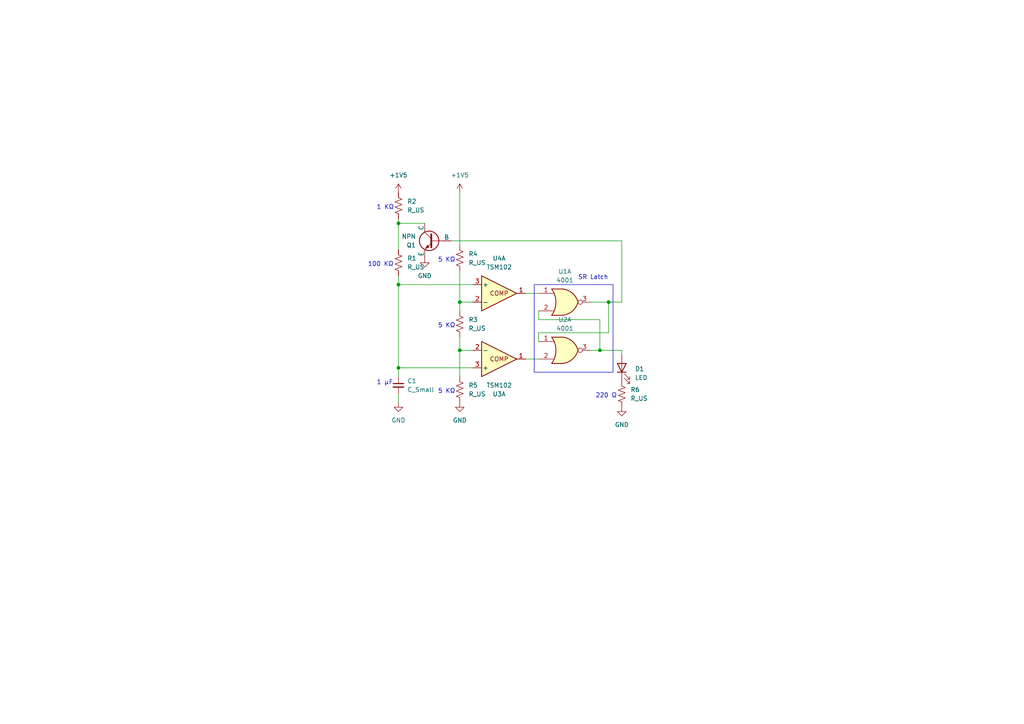
<source format=kicad_sch>
(kicad_sch (version 20230121) (generator eeschema)

  (uuid 386d66ff-ba97-47fc-bf4f-888cff23ab83)

  (paper "A4")

  (lib_symbols
    (symbol "4xxx:4001" (pin_names (offset 1.016)) (in_bom yes) (on_board yes)
      (property "Reference" "U" (at 0 1.27 0)
        (effects (font (size 1.27 1.27)))
      )
      (property "Value" "4001" (at 0 -1.27 0)
        (effects (font (size 1.27 1.27)))
      )
      (property "Footprint" "" (at 0 0 0)
        (effects (font (size 1.27 1.27)) hide)
      )
      (property "Datasheet" "http://www.intersil.com/content/dam/Intersil/documents/cd40/cd4000bms-01bms-02bms-25bms.pdf" (at 0 0 0)
        (effects (font (size 1.27 1.27)) hide)
      )
      (property "ki_locked" "" (at 0 0 0)
        (effects (font (size 1.27 1.27)))
      )
      (property "ki_keywords" "CMOS Nor2" (at 0 0 0)
        (effects (font (size 1.27 1.27)) hide)
      )
      (property "ki_description" "Quad Nor 2 inputs" (at 0 0 0)
        (effects (font (size 1.27 1.27)) hide)
      )
      (property "ki_fp_filters" "DIP?14*" (at 0 0 0)
        (effects (font (size 1.27 1.27)) hide)
      )
      (symbol "4001_1_1"
        (arc (start -3.81 -3.81) (mid -2.589 0) (end -3.81 3.81)
          (stroke (width 0.254) (type default))
          (fill (type none))
        )
        (arc (start -0.6096 -3.81) (mid 2.1842 -2.5851) (end 3.81 0)
          (stroke (width 0.254) (type default))
          (fill (type background))
        )
        (polyline
          (pts
            (xy -3.81 -3.81)
            (xy -0.635 -3.81)
          )
          (stroke (width 0.254) (type default))
          (fill (type background))
        )
        (polyline
          (pts
            (xy -3.81 3.81)
            (xy -0.635 3.81)
          )
          (stroke (width 0.254) (type default))
          (fill (type background))
        )
        (polyline
          (pts
            (xy -0.635 3.81)
            (xy -3.81 3.81)
            (xy -3.81 3.81)
            (xy -3.556 3.4036)
            (xy -3.0226 2.2606)
            (xy -2.6924 1.0414)
            (xy -2.6162 -0.254)
            (xy -2.7686 -1.4986)
            (xy -3.175 -2.7178)
            (xy -3.81 -3.81)
            (xy -3.81 -3.81)
            (xy -0.635 -3.81)
          )
          (stroke (width -25.4) (type default))
          (fill (type background))
        )
        (arc (start 3.81 0) (mid 2.1915 2.5936) (end -0.6096 3.81)
          (stroke (width 0.254) (type default))
          (fill (type background))
        )
        (pin input line (at -7.62 2.54 0) (length 4.318)
          (name "~" (effects (font (size 1.27 1.27))))
          (number "1" (effects (font (size 1.27 1.27))))
        )
        (pin input line (at -7.62 -2.54 0) (length 4.318)
          (name "~" (effects (font (size 1.27 1.27))))
          (number "2" (effects (font (size 1.27 1.27))))
        )
        (pin output inverted (at 7.62 0 180) (length 3.81)
          (name "~" (effects (font (size 1.27 1.27))))
          (number "3" (effects (font (size 1.27 1.27))))
        )
      )
      (symbol "4001_1_2"
        (arc (start 0 -3.81) (mid 3.7934 0) (end 0 3.81)
          (stroke (width 0.254) (type default))
          (fill (type background))
        )
        (polyline
          (pts
            (xy 0 3.81)
            (xy -3.81 3.81)
            (xy -3.81 -3.81)
            (xy 0 -3.81)
          )
          (stroke (width 0.254) (type default))
          (fill (type background))
        )
        (pin input inverted (at -7.62 2.54 0) (length 3.81)
          (name "~" (effects (font (size 1.27 1.27))))
          (number "1" (effects (font (size 1.27 1.27))))
        )
        (pin input inverted (at -7.62 -2.54 0) (length 3.81)
          (name "~" (effects (font (size 1.27 1.27))))
          (number "2" (effects (font (size 1.27 1.27))))
        )
        (pin output line (at 7.62 0 180) (length 3.81)
          (name "~" (effects (font (size 1.27 1.27))))
          (number "3" (effects (font (size 1.27 1.27))))
        )
      )
      (symbol "4001_2_1"
        (arc (start -3.81 -3.81) (mid -2.589 0) (end -3.81 3.81)
          (stroke (width 0.254) (type default))
          (fill (type none))
        )
        (arc (start -0.6096 -3.81) (mid 2.1842 -2.5851) (end 3.81 0)
          (stroke (width 0.254) (type default))
          (fill (type background))
        )
        (polyline
          (pts
            (xy -3.81 -3.81)
            (xy -0.635 -3.81)
          )
          (stroke (width 0.254) (type default))
          (fill (type background))
        )
        (polyline
          (pts
            (xy -3.81 3.81)
            (xy -0.635 3.81)
          )
          (stroke (width 0.254) (type default))
          (fill (type background))
        )
        (polyline
          (pts
            (xy -0.635 3.81)
            (xy -3.81 3.81)
            (xy -3.81 3.81)
            (xy -3.556 3.4036)
            (xy -3.0226 2.2606)
            (xy -2.6924 1.0414)
            (xy -2.6162 -0.254)
            (xy -2.7686 -1.4986)
            (xy -3.175 -2.7178)
            (xy -3.81 -3.81)
            (xy -3.81 -3.81)
            (xy -0.635 -3.81)
          )
          (stroke (width -25.4) (type default))
          (fill (type background))
        )
        (arc (start 3.81 0) (mid 2.1915 2.5936) (end -0.6096 3.81)
          (stroke (width 0.254) (type default))
          (fill (type background))
        )
        (pin output inverted (at 7.62 0 180) (length 3.81)
          (name "~" (effects (font (size 1.27 1.27))))
          (number "4" (effects (font (size 1.27 1.27))))
        )
        (pin input line (at -7.62 2.54 0) (length 4.318)
          (name "~" (effects (font (size 1.27 1.27))))
          (number "5" (effects (font (size 1.27 1.27))))
        )
        (pin input line (at -7.62 -2.54 0) (length 4.318)
          (name "~" (effects (font (size 1.27 1.27))))
          (number "6" (effects (font (size 1.27 1.27))))
        )
      )
      (symbol "4001_2_2"
        (arc (start 0 -3.81) (mid 3.7934 0) (end 0 3.81)
          (stroke (width 0.254) (type default))
          (fill (type background))
        )
        (polyline
          (pts
            (xy 0 3.81)
            (xy -3.81 3.81)
            (xy -3.81 -3.81)
            (xy 0 -3.81)
          )
          (stroke (width 0.254) (type default))
          (fill (type background))
        )
        (pin output line (at 7.62 0 180) (length 3.81)
          (name "~" (effects (font (size 1.27 1.27))))
          (number "4" (effects (font (size 1.27 1.27))))
        )
        (pin input inverted (at -7.62 2.54 0) (length 3.81)
          (name "~" (effects (font (size 1.27 1.27))))
          (number "5" (effects (font (size 1.27 1.27))))
        )
        (pin input inverted (at -7.62 -2.54 0) (length 3.81)
          (name "~" (effects (font (size 1.27 1.27))))
          (number "6" (effects (font (size 1.27 1.27))))
        )
      )
      (symbol "4001_3_1"
        (arc (start -3.81 -3.81) (mid -2.589 0) (end -3.81 3.81)
          (stroke (width 0.254) (type default))
          (fill (type none))
        )
        (arc (start -0.6096 -3.81) (mid 2.1842 -2.5851) (end 3.81 0)
          (stroke (width 0.254) (type default))
          (fill (type background))
        )
        (polyline
          (pts
            (xy -3.81 -3.81)
            (xy -0.635 -3.81)
          )
          (stroke (width 0.254) (type default))
          (fill (type background))
        )
        (polyline
          (pts
            (xy -3.81 3.81)
            (xy -0.635 3.81)
          )
          (stroke (width 0.254) (type default))
          (fill (type background))
        )
        (polyline
          (pts
            (xy -0.635 3.81)
            (xy -3.81 3.81)
            (xy -3.81 3.81)
            (xy -3.556 3.4036)
            (xy -3.0226 2.2606)
            (xy -2.6924 1.0414)
            (xy -2.6162 -0.254)
            (xy -2.7686 -1.4986)
            (xy -3.175 -2.7178)
            (xy -3.81 -3.81)
            (xy -3.81 -3.81)
            (xy -0.635 -3.81)
          )
          (stroke (width -25.4) (type default))
          (fill (type background))
        )
        (arc (start 3.81 0) (mid 2.1915 2.5936) (end -0.6096 3.81)
          (stroke (width 0.254) (type default))
          (fill (type background))
        )
        (pin output inverted (at 7.62 0 180) (length 3.81)
          (name "~" (effects (font (size 1.27 1.27))))
          (number "10" (effects (font (size 1.27 1.27))))
        )
        (pin input line (at -7.62 2.54 0) (length 4.318)
          (name "~" (effects (font (size 1.27 1.27))))
          (number "8" (effects (font (size 1.27 1.27))))
        )
        (pin input line (at -7.62 -2.54 0) (length 4.318)
          (name "~" (effects (font (size 1.27 1.27))))
          (number "9" (effects (font (size 1.27 1.27))))
        )
      )
      (symbol "4001_3_2"
        (arc (start 0 -3.81) (mid 3.7934 0) (end 0 3.81)
          (stroke (width 0.254) (type default))
          (fill (type background))
        )
        (polyline
          (pts
            (xy 0 3.81)
            (xy -3.81 3.81)
            (xy -3.81 -3.81)
            (xy 0 -3.81)
          )
          (stroke (width 0.254) (type default))
          (fill (type background))
        )
        (pin output line (at 7.62 0 180) (length 3.81)
          (name "~" (effects (font (size 1.27 1.27))))
          (number "10" (effects (font (size 1.27 1.27))))
        )
        (pin input inverted (at -7.62 2.54 0) (length 3.81)
          (name "~" (effects (font (size 1.27 1.27))))
          (number "8" (effects (font (size 1.27 1.27))))
        )
        (pin input inverted (at -7.62 -2.54 0) (length 3.81)
          (name "~" (effects (font (size 1.27 1.27))))
          (number "9" (effects (font (size 1.27 1.27))))
        )
      )
      (symbol "4001_4_1"
        (arc (start -3.81 -3.81) (mid -2.589 0) (end -3.81 3.81)
          (stroke (width 0.254) (type default))
          (fill (type none))
        )
        (arc (start -0.6096 -3.81) (mid 2.1842 -2.5851) (end 3.81 0)
          (stroke (width 0.254) (type default))
          (fill (type background))
        )
        (polyline
          (pts
            (xy -3.81 -3.81)
            (xy -0.635 -3.81)
          )
          (stroke (width 0.254) (type default))
          (fill (type background))
        )
        (polyline
          (pts
            (xy -3.81 3.81)
            (xy -0.635 3.81)
          )
          (stroke (width 0.254) (type default))
          (fill (type background))
        )
        (polyline
          (pts
            (xy -0.635 3.81)
            (xy -3.81 3.81)
            (xy -3.81 3.81)
            (xy -3.556 3.4036)
            (xy -3.0226 2.2606)
            (xy -2.6924 1.0414)
            (xy -2.6162 -0.254)
            (xy -2.7686 -1.4986)
            (xy -3.175 -2.7178)
            (xy -3.81 -3.81)
            (xy -3.81 -3.81)
            (xy -0.635 -3.81)
          )
          (stroke (width -25.4) (type default))
          (fill (type background))
        )
        (arc (start 3.81 0) (mid 2.1915 2.5936) (end -0.6096 3.81)
          (stroke (width 0.254) (type default))
          (fill (type background))
        )
        (pin output inverted (at 7.62 0 180) (length 3.81)
          (name "~" (effects (font (size 1.27 1.27))))
          (number "11" (effects (font (size 1.27 1.27))))
        )
        (pin input line (at -7.62 2.54 0) (length 4.318)
          (name "~" (effects (font (size 1.27 1.27))))
          (number "12" (effects (font (size 1.27 1.27))))
        )
        (pin input line (at -7.62 -2.54 0) (length 4.318)
          (name "~" (effects (font (size 1.27 1.27))))
          (number "13" (effects (font (size 1.27 1.27))))
        )
      )
      (symbol "4001_4_2"
        (arc (start 0 -3.81) (mid 3.7934 0) (end 0 3.81)
          (stroke (width 0.254) (type default))
          (fill (type background))
        )
        (polyline
          (pts
            (xy 0 3.81)
            (xy -3.81 3.81)
            (xy -3.81 -3.81)
            (xy 0 -3.81)
          )
          (stroke (width 0.254) (type default))
          (fill (type background))
        )
        (pin output line (at 7.62 0 180) (length 3.81)
          (name "~" (effects (font (size 1.27 1.27))))
          (number "11" (effects (font (size 1.27 1.27))))
        )
        (pin input inverted (at -7.62 2.54 0) (length 3.81)
          (name "~" (effects (font (size 1.27 1.27))))
          (number "12" (effects (font (size 1.27 1.27))))
        )
        (pin input inverted (at -7.62 -2.54 0) (length 3.81)
          (name "~" (effects (font (size 1.27 1.27))))
          (number "13" (effects (font (size 1.27 1.27))))
        )
      )
      (symbol "4001_5_0"
        (pin power_in line (at 0 12.7 270) (length 5.08)
          (name "VDD" (effects (font (size 1.27 1.27))))
          (number "14" (effects (font (size 1.27 1.27))))
        )
        (pin power_in line (at 0 -12.7 90) (length 5.08)
          (name "VSS" (effects (font (size 1.27 1.27))))
          (number "7" (effects (font (size 1.27 1.27))))
        )
      )
      (symbol "4001_5_1"
        (rectangle (start -5.08 7.62) (end 5.08 -7.62)
          (stroke (width 0.254) (type default))
          (fill (type background))
        )
      )
    )
    (symbol "Device:C_Small" (pin_numbers hide) (pin_names (offset 0.254) hide) (in_bom yes) (on_board yes)
      (property "Reference" "C" (at 0.254 1.778 0)
        (effects (font (size 1.27 1.27)) (justify left))
      )
      (property "Value" "C_Small" (at 0.254 -2.032 0)
        (effects (font (size 1.27 1.27)) (justify left))
      )
      (property "Footprint" "" (at 0 0 0)
        (effects (font (size 1.27 1.27)) hide)
      )
      (property "Datasheet" "~" (at 0 0 0)
        (effects (font (size 1.27 1.27)) hide)
      )
      (property "ki_keywords" "capacitor cap" (at 0 0 0)
        (effects (font (size 1.27 1.27)) hide)
      )
      (property "ki_description" "Unpolarized capacitor, small symbol" (at 0 0 0)
        (effects (font (size 1.27 1.27)) hide)
      )
      (property "ki_fp_filters" "C_*" (at 0 0 0)
        (effects (font (size 1.27 1.27)) hide)
      )
      (symbol "C_Small_0_1"
        (polyline
          (pts
            (xy -1.524 -0.508)
            (xy 1.524 -0.508)
          )
          (stroke (width 0.3302) (type default))
          (fill (type none))
        )
        (polyline
          (pts
            (xy -1.524 0.508)
            (xy 1.524 0.508)
          )
          (stroke (width 0.3048) (type default))
          (fill (type none))
        )
      )
      (symbol "C_Small_1_1"
        (pin passive line (at 0 2.54 270) (length 2.032)
          (name "~" (effects (font (size 1.27 1.27))))
          (number "1" (effects (font (size 1.27 1.27))))
        )
        (pin passive line (at 0 -2.54 90) (length 2.032)
          (name "~" (effects (font (size 1.27 1.27))))
          (number "2" (effects (font (size 1.27 1.27))))
        )
      )
    )
    (symbol "Device:LED" (pin_numbers hide) (pin_names (offset 1.016) hide) (in_bom yes) (on_board yes)
      (property "Reference" "D" (at 0 2.54 0)
        (effects (font (size 1.27 1.27)))
      )
      (property "Value" "LED" (at 0 -2.54 0)
        (effects (font (size 1.27 1.27)))
      )
      (property "Footprint" "" (at 0 0 0)
        (effects (font (size 1.27 1.27)) hide)
      )
      (property "Datasheet" "~" (at 0 0 0)
        (effects (font (size 1.27 1.27)) hide)
      )
      (property "ki_keywords" "LED diode" (at 0 0 0)
        (effects (font (size 1.27 1.27)) hide)
      )
      (property "ki_description" "Light emitting diode" (at 0 0 0)
        (effects (font (size 1.27 1.27)) hide)
      )
      (property "ki_fp_filters" "LED* LED_SMD:* LED_THT:*" (at 0 0 0)
        (effects (font (size 1.27 1.27)) hide)
      )
      (symbol "LED_0_1"
        (polyline
          (pts
            (xy -1.27 -1.27)
            (xy -1.27 1.27)
          )
          (stroke (width 0.254) (type default))
          (fill (type none))
        )
        (polyline
          (pts
            (xy -1.27 0)
            (xy 1.27 0)
          )
          (stroke (width 0) (type default))
          (fill (type none))
        )
        (polyline
          (pts
            (xy 1.27 -1.27)
            (xy 1.27 1.27)
            (xy -1.27 0)
            (xy 1.27 -1.27)
          )
          (stroke (width 0.254) (type default))
          (fill (type none))
        )
        (polyline
          (pts
            (xy -3.048 -0.762)
            (xy -4.572 -2.286)
            (xy -3.81 -2.286)
            (xy -4.572 -2.286)
            (xy -4.572 -1.524)
          )
          (stroke (width 0) (type default))
          (fill (type none))
        )
        (polyline
          (pts
            (xy -1.778 -0.762)
            (xy -3.302 -2.286)
            (xy -2.54 -2.286)
            (xy -3.302 -2.286)
            (xy -3.302 -1.524)
          )
          (stroke (width 0) (type default))
          (fill (type none))
        )
      )
      (symbol "LED_1_1"
        (pin passive line (at -3.81 0 0) (length 2.54)
          (name "K" (effects (font (size 1.27 1.27))))
          (number "1" (effects (font (size 1.27 1.27))))
        )
        (pin passive line (at 3.81 0 180) (length 2.54)
          (name "A" (effects (font (size 1.27 1.27))))
          (number "2" (effects (font (size 1.27 1.27))))
        )
      )
    )
    (symbol "Device:R_US" (pin_numbers hide) (pin_names (offset 0)) (in_bom yes) (on_board yes)
      (property "Reference" "R" (at 2.54 0 90)
        (effects (font (size 1.27 1.27)))
      )
      (property "Value" "R_US" (at -2.54 0 90)
        (effects (font (size 1.27 1.27)))
      )
      (property "Footprint" "" (at 1.016 -0.254 90)
        (effects (font (size 1.27 1.27)) hide)
      )
      (property "Datasheet" "~" (at 0 0 0)
        (effects (font (size 1.27 1.27)) hide)
      )
      (property "ki_keywords" "R res resistor" (at 0 0 0)
        (effects (font (size 1.27 1.27)) hide)
      )
      (property "ki_description" "Resistor, US symbol" (at 0 0 0)
        (effects (font (size 1.27 1.27)) hide)
      )
      (property "ki_fp_filters" "R_*" (at 0 0 0)
        (effects (font (size 1.27 1.27)) hide)
      )
      (symbol "R_US_0_1"
        (polyline
          (pts
            (xy 0 -2.286)
            (xy 0 -2.54)
          )
          (stroke (width 0) (type default))
          (fill (type none))
        )
        (polyline
          (pts
            (xy 0 2.286)
            (xy 0 2.54)
          )
          (stroke (width 0) (type default))
          (fill (type none))
        )
        (polyline
          (pts
            (xy 0 -0.762)
            (xy 1.016 -1.143)
            (xy 0 -1.524)
            (xy -1.016 -1.905)
            (xy 0 -2.286)
          )
          (stroke (width 0) (type default))
          (fill (type none))
        )
        (polyline
          (pts
            (xy 0 0.762)
            (xy 1.016 0.381)
            (xy 0 0)
            (xy -1.016 -0.381)
            (xy 0 -0.762)
          )
          (stroke (width 0) (type default))
          (fill (type none))
        )
        (polyline
          (pts
            (xy 0 2.286)
            (xy 1.016 1.905)
            (xy 0 1.524)
            (xy -1.016 1.143)
            (xy 0 0.762)
          )
          (stroke (width 0) (type default))
          (fill (type none))
        )
      )
      (symbol "R_US_1_1"
        (pin passive line (at 0 3.81 270) (length 1.27)
          (name "~" (effects (font (size 1.27 1.27))))
          (number "1" (effects (font (size 1.27 1.27))))
        )
        (pin passive line (at 0 -3.81 90) (length 1.27)
          (name "~" (effects (font (size 1.27 1.27))))
          (number "2" (effects (font (size 1.27 1.27))))
        )
      )
    )
    (symbol "Power_Management:TSM102" (pin_names (offset 0.254)) (in_bom yes) (on_board yes)
      (property "Reference" "U" (at 0 5.08 0)
        (effects (font (size 1.27 1.27)) (justify left))
      )
      (property "Value" "TSM102" (at 0 -5.08 0)
        (effects (font (size 1.27 1.27)) (justify left))
      )
      (property "Footprint" "Package_SO:SOIC-16_3.9x9.9mm_P1.27mm" (at 0 0 0)
        (effects (font (size 1.27 1.27)) hide)
      )
      (property "Datasheet" "http://www.st.com/resource/en/datasheet/tsm102.pdf" (at 1.27 5.08 0)
        (effects (font (size 1.27 1.27)) hide)
      )
      (property "ki_keywords" "dual opamp comparator reference" (at 0 0 0)
        (effects (font (size 1.27 1.27)) hide)
      )
      (property "ki_description" "Dual Operational Amplifier and Dual Comparator and 1% Voltage Reference, SOIC-16" (at 0 0 0)
        (effects (font (size 1.27 1.27)) hide)
      )
      (property "ki_fp_filters" "SOIC*3.9x9.9mm*P1.27mm*" (at 0 0 0)
        (effects (font (size 1.27 1.27)) hide)
      )
      (symbol "TSM102_1_0"
        (text "COMP" (at 0 0 0)
          (effects (font (size 1.27 1.27)))
        )
      )
      (symbol "TSM102_1_1"
        (polyline
          (pts
            (xy -5.08 5.08)
            (xy 5.08 0)
            (xy -5.08 -5.08)
            (xy -5.08 5.08)
          )
          (stroke (width 0.254) (type default))
          (fill (type background))
        )
        (pin output line (at 7.62 0 180) (length 2.54)
          (name "~" (effects (font (size 1.27 1.27))))
          (number "1" (effects (font (size 1.27 1.27))))
        )
        (pin input line (at -7.62 -2.54 0) (length 2.54)
          (name "-" (effects (font (size 1.27 1.27))))
          (number "2" (effects (font (size 1.27 1.27))))
        )
        (pin input line (at -7.62 2.54 0) (length 2.54)
          (name "+" (effects (font (size 1.27 1.27))))
          (number "3" (effects (font (size 1.27 1.27))))
        )
      )
      (symbol "TSM102_2_1"
        (polyline
          (pts
            (xy -5.08 5.08)
            (xy 5.08 0)
            (xy -5.08 -5.08)
            (xy -5.08 5.08)
          )
          (stroke (width 0.254) (type default))
          (fill (type background))
        )
        (pin input line (at -7.62 2.54 0) (length 2.54)
          (name "+" (effects (font (size 1.27 1.27))))
          (number "5" (effects (font (size 1.27 1.27))))
        )
        (pin input line (at -7.62 -2.54 0) (length 2.54)
          (name "-" (effects (font (size 1.27 1.27))))
          (number "6" (effects (font (size 1.27 1.27))))
        )
        (pin output line (at 7.62 0 180) (length 2.54)
          (name "~" (effects (font (size 1.27 1.27))))
          (number "7" (effects (font (size 1.27 1.27))))
        )
      )
      (symbol "TSM102_3_1"
        (polyline
          (pts
            (xy -5.08 5.08)
            (xy 5.08 0)
            (xy -5.08 -5.08)
            (xy -5.08 5.08)
          )
          (stroke (width 0.254) (type default))
          (fill (type background))
        )
        (pin input line (at -7.62 -2.54 0) (length 2.54)
          (name "-" (effects (font (size 1.27 1.27))))
          (number "10" (effects (font (size 1.27 1.27))))
        )
        (pin output line (at 7.62 0 180) (length 2.54)
          (name "~" (effects (font (size 1.27 1.27))))
          (number "11" (effects (font (size 1.27 1.27))))
        )
        (pin input line (at -7.62 2.54 0) (length 2.54)
          (name "+" (effects (font (size 1.27 1.27))))
          (number "12" (effects (font (size 1.27 1.27))))
        )
      )
      (symbol "TSM102_4_0"
        (text "COMP" (at 0 0 0)
          (effects (font (size 1.27 1.27)))
        )
      )
      (symbol "TSM102_4_1"
        (polyline
          (pts
            (xy -5.08 5.08)
            (xy 5.08 0)
            (xy -5.08 -5.08)
            (xy -5.08 5.08)
          )
          (stroke (width 0.254) (type default))
          (fill (type background))
        )
        (pin input line (at -7.62 2.54 0) (length 2.54)
          (name "+" (effects (font (size 1.27 1.27))))
          (number "14" (effects (font (size 1.27 1.27))))
        )
        (pin input line (at -7.62 -2.54 0) (length 2.54)
          (name "-" (effects (font (size 1.27 1.27))))
          (number "15" (effects (font (size 1.27 1.27))))
        )
        (pin output line (at 7.62 0 180) (length 2.54)
          (name "~" (effects (font (size 1.27 1.27))))
          (number "16" (effects (font (size 1.27 1.27))))
        )
      )
      (symbol "TSM102_5_1"
        (polyline
          (pts
            (xy 1.016 0.254)
            (xy 1.016 0.762)
            (xy 3.048 0.762)
          )
          (stroke (width 0) (type default))
          (fill (type none))
        )
        (polyline
          (pts
            (xy 0 -2.54)
            (xy 2.032 -2.54)
            (xy 2.032 2.54)
            (xy 2.54 2.54)
          )
          (stroke (width 0) (type default))
          (fill (type none))
        )
        (polyline
          (pts
            (xy 1.016 -0.762)
            (xy 2.032 0.762)
            (xy 3.048 -0.762)
            (xy 1.016 -0.762)
          )
          (stroke (width 0) (type default))
          (fill (type none))
        )
        (pin power_in line (at 0 -5.08 90) (length 2.54)
          (name "V-" (effects (font (size 1.27 1.27))))
          (number "13" (effects (font (size 1.27 1.27))))
        )
        (pin power_in line (at 0 7.62 270) (length 2.54)
          (name "V+" (effects (font (size 1.27 1.27))))
          (number "4" (effects (font (size 1.27 1.27))))
        )
        (pin passive line (at 5.08 0 180) (length 2.54)
          (name "~" (effects (font (size 1.27 1.27))))
          (number "8" (effects (font (size 1.27 1.27))))
        )
        (pin passive line (at 5.08 2.54 180) (length 2.54)
          (name "~" (effects (font (size 1.27 1.27))))
          (number "9" (effects (font (size 1.27 1.27))))
        )
      )
    )
    (symbol "Simulation_SPICE:NPN" (pin_numbers hide) (pin_names (offset 0)) (in_bom yes) (on_board yes)
      (property "Reference" "Q" (at -2.54 7.62 0)
        (effects (font (size 1.27 1.27)))
      )
      (property "Value" "NPN" (at -2.54 5.08 0)
        (effects (font (size 1.27 1.27)))
      )
      (property "Footprint" "" (at 63.5 0 0)
        (effects (font (size 1.27 1.27)) hide)
      )
      (property "Datasheet" "~" (at 63.5 0 0)
        (effects (font (size 1.27 1.27)) hide)
      )
      (property "Sim.Device" "NPN" (at 0 0 0)
        (effects (font (size 1.27 1.27)) hide)
      )
      (property "Sim.Type" "GUMMELPOON" (at 0 0 0)
        (effects (font (size 1.27 1.27)) hide)
      )
      (property "Sim.Pins" "1=C 2=B 3=E" (at 0 0 0)
        (effects (font (size 1.27 1.27)) hide)
      )
      (property "ki_keywords" "simulation" (at 0 0 0)
        (effects (font (size 1.27 1.27)) hide)
      )
      (property "ki_description" "Bipolar transistor symbol for simulation only, substrate tied to the emitter" (at 0 0 0)
        (effects (font (size 1.27 1.27)) hide)
      )
      (symbol "NPN_0_1"
        (polyline
          (pts
            (xy -2.54 0)
            (xy 0.635 0)
          )
          (stroke (width 0.1524) (type default))
          (fill (type none))
        )
        (polyline
          (pts
            (xy 0.635 0.635)
            (xy 2.54 2.54)
          )
          (stroke (width 0) (type default))
          (fill (type none))
        )
        (polyline
          (pts
            (xy 2.794 -1.27)
            (xy 2.794 -1.27)
          )
          (stroke (width 0.1524) (type default))
          (fill (type none))
        )
        (polyline
          (pts
            (xy 2.794 -1.27)
            (xy 2.794 -1.27)
          )
          (stroke (width 0.1524) (type default))
          (fill (type none))
        )
        (polyline
          (pts
            (xy 0.635 -0.635)
            (xy 2.54 -2.54)
            (xy 2.54 -2.54)
          )
          (stroke (width 0) (type default))
          (fill (type none))
        )
        (polyline
          (pts
            (xy 0.635 1.905)
            (xy 0.635 -1.905)
            (xy 0.635 -1.905)
          )
          (stroke (width 0.508) (type default))
          (fill (type none))
        )
        (polyline
          (pts
            (xy 1.27 -1.778)
            (xy 1.778 -1.27)
            (xy 2.286 -2.286)
            (xy 1.27 -1.778)
            (xy 1.27 -1.778)
          )
          (stroke (width 0) (type default))
          (fill (type outline))
        )
        (circle (center 1.27 0) (radius 2.8194)
          (stroke (width 0.254) (type default))
          (fill (type none))
        )
      )
      (symbol "NPN_1_1"
        (pin open_collector line (at 2.54 5.08 270) (length 2.54)
          (name "C" (effects (font (size 1.27 1.27))))
          (number "1" (effects (font (size 1.27 1.27))))
        )
        (pin input line (at -5.08 0 0) (length 2.54)
          (name "B" (effects (font (size 1.27 1.27))))
          (number "2" (effects (font (size 1.27 1.27))))
        )
        (pin open_emitter line (at 2.54 -5.08 90) (length 2.54)
          (name "E" (effects (font (size 1.27 1.27))))
          (number "3" (effects (font (size 1.27 1.27))))
        )
      )
    )
    (symbol "power:+1V5" (power) (pin_names (offset 0)) (in_bom yes) (on_board yes)
      (property "Reference" "#PWR" (at 0 -3.81 0)
        (effects (font (size 1.27 1.27)) hide)
      )
      (property "Value" "+1V5" (at 0 3.556 0)
        (effects (font (size 1.27 1.27)))
      )
      (property "Footprint" "" (at 0 0 0)
        (effects (font (size 1.27 1.27)) hide)
      )
      (property "Datasheet" "" (at 0 0 0)
        (effects (font (size 1.27 1.27)) hide)
      )
      (property "ki_keywords" "global power" (at 0 0 0)
        (effects (font (size 1.27 1.27)) hide)
      )
      (property "ki_description" "Power symbol creates a global label with name \"+1V5\"" (at 0 0 0)
        (effects (font (size 1.27 1.27)) hide)
      )
      (symbol "+1V5_0_1"
        (polyline
          (pts
            (xy -0.762 1.27)
            (xy 0 2.54)
          )
          (stroke (width 0) (type default))
          (fill (type none))
        )
        (polyline
          (pts
            (xy 0 0)
            (xy 0 2.54)
          )
          (stroke (width 0) (type default))
          (fill (type none))
        )
        (polyline
          (pts
            (xy 0 2.54)
            (xy 0.762 1.27)
          )
          (stroke (width 0) (type default))
          (fill (type none))
        )
      )
      (symbol "+1V5_1_1"
        (pin power_in line (at 0 0 90) (length 0) hide
          (name "+1V5" (effects (font (size 1.27 1.27))))
          (number "1" (effects (font (size 1.27 1.27))))
        )
      )
    )
    (symbol "power:GND" (power) (pin_names (offset 0)) (in_bom yes) (on_board yes)
      (property "Reference" "#PWR" (at 0 -6.35 0)
        (effects (font (size 1.27 1.27)) hide)
      )
      (property "Value" "GND" (at 0 -3.81 0)
        (effects (font (size 1.27 1.27)))
      )
      (property "Footprint" "" (at 0 0 0)
        (effects (font (size 1.27 1.27)) hide)
      )
      (property "Datasheet" "" (at 0 0 0)
        (effects (font (size 1.27 1.27)) hide)
      )
      (property "ki_keywords" "global power" (at 0 0 0)
        (effects (font (size 1.27 1.27)) hide)
      )
      (property "ki_description" "Power symbol creates a global label with name \"GND\" , ground" (at 0 0 0)
        (effects (font (size 1.27 1.27)) hide)
      )
      (symbol "GND_0_1"
        (polyline
          (pts
            (xy 0 0)
            (xy 0 -1.27)
            (xy 1.27 -1.27)
            (xy 0 -2.54)
            (xy -1.27 -1.27)
            (xy 0 -1.27)
          )
          (stroke (width 0) (type default))
          (fill (type none))
        )
      )
      (symbol "GND_1_1"
        (pin power_in line (at 0 0 270) (length 0) hide
          (name "GND" (effects (font (size 1.27 1.27))))
          (number "1" (effects (font (size 1.27 1.27))))
        )
      )
    )
  )

  (junction (at 115.57 82.55) (diameter 0) (color 0 0 0 0)
    (uuid 05b7fdd9-5e78-41e0-940d-d50f739b99c4)
  )
  (junction (at 115.57 64.77) (diameter 0) (color 0 0 0 0)
    (uuid 1d8a81e0-b07b-40a2-be14-32bf494d6045)
  )
  (junction (at 176.53 87.63) (diameter 0) (color 0 0 0 0)
    (uuid 1e04067c-5d42-456c-9e3b-5851d6f7cca0)
  )
  (junction (at 133.35 87.63) (diameter 0) (color 0 0 0 0)
    (uuid 3bcb1367-db5d-46ad-8fcd-c9cd3472b5e1)
  )
  (junction (at 115.57 106.68) (diameter 0) (color 0 0 0 0)
    (uuid 5f93267f-eb99-43d8-b7f7-c94676d10b61)
  )
  (junction (at 133.35 101.6) (diameter 0) (color 0 0 0 0)
    (uuid 73af5d52-5d16-41af-8d9e-40d8311f4d1d)
  )
  (junction (at 173.99 101.6) (diameter 0) (color 0 0 0 0)
    (uuid e1dc5ef4-8324-41f7-a939-e56d4496b760)
  )

  (wire (pts (xy 133.35 55.88) (xy 133.35 71.12))
    (stroke (width 0) (type default))
    (uuid 21938fef-ab3d-48dc-8b05-5e1eb07705a0)
  )
  (wire (pts (xy 115.57 80.01) (xy 115.57 82.55))
    (stroke (width 0) (type default))
    (uuid 2ccd3be4-6787-4401-9081-14e6d5a5c7e6)
  )
  (wire (pts (xy 133.35 87.63) (xy 137.16 87.63))
    (stroke (width 0) (type default))
    (uuid 46a3fa0b-f101-4fe1-bb54-e1f2d6f43329)
  )
  (wire (pts (xy 115.57 114.3) (xy 115.57 116.84))
    (stroke (width 0) (type default))
    (uuid 481dff1a-53cf-47c2-ad5d-d786013a2b64)
  )
  (wire (pts (xy 115.57 64.77) (xy 123.19 64.77))
    (stroke (width 0) (type default))
    (uuid 4d1a4c5b-31c7-43b4-8649-7b48813dbbec)
  )
  (wire (pts (xy 180.34 69.85) (xy 180.34 87.63))
    (stroke (width 0) (type default))
    (uuid 6295039b-a0db-4838-9b70-dd950c26fac2)
  )
  (wire (pts (xy 115.57 82.55) (xy 115.57 106.68))
    (stroke (width 0) (type default))
    (uuid 62f0e4db-bb1b-4659-8018-ff928d970799)
  )
  (wire (pts (xy 133.35 101.6) (xy 137.16 101.6))
    (stroke (width 0) (type default))
    (uuid 6729fe91-fd43-4de6-aa44-8568c6c3e1c0)
  )
  (wire (pts (xy 133.35 101.6) (xy 133.35 109.22))
    (stroke (width 0) (type default))
    (uuid 69ea30af-65d0-44b5-af5c-366edf192966)
  )
  (wire (pts (xy 130.81 69.85) (xy 180.34 69.85))
    (stroke (width 0) (type default))
    (uuid 719184f4-2748-4fc9-bcef-991fdeb180b7)
  )
  (wire (pts (xy 156.21 99.06) (xy 156.21 96.52))
    (stroke (width 0) (type default))
    (uuid 719c3200-5f4a-4299-9611-9fb471cfda7d)
  )
  (wire (pts (xy 115.57 106.68) (xy 115.57 109.22))
    (stroke (width 0) (type default))
    (uuid 74ab8d29-4d37-4be3-a33d-fec45728ba1b)
  )
  (wire (pts (xy 173.99 101.6) (xy 180.34 101.6))
    (stroke (width 0) (type default))
    (uuid 768830e9-0f74-43b1-9cff-42f30e36eac9)
  )
  (wire (pts (xy 133.35 87.63) (xy 133.35 90.17))
    (stroke (width 0) (type default))
    (uuid 79fff347-79c9-4119-aacc-11688dff5c4b)
  )
  (wire (pts (xy 152.4 104.14) (xy 156.21 104.14))
    (stroke (width 0) (type default))
    (uuid 86365573-839d-4af1-8b25-cf4330c43805)
  )
  (wire (pts (xy 115.57 64.77) (xy 115.57 72.39))
    (stroke (width 0) (type default))
    (uuid 86da7ae0-fc96-4f70-8c4a-b80d03976193)
  )
  (wire (pts (xy 156.21 90.17) (xy 156.21 92.71))
    (stroke (width 0) (type default))
    (uuid 8ff69a73-0b99-4c50-8a12-bad1568e6893)
  )
  (wire (pts (xy 176.53 87.63) (xy 176.53 96.52))
    (stroke (width 0) (type default))
    (uuid a8f7e99e-9ad0-476b-ab7f-231fd81915ca)
  )
  (wire (pts (xy 176.53 87.63) (xy 171.45 87.63))
    (stroke (width 0) (type default))
    (uuid aa10e54f-ea1a-4114-bf6d-8618fc87ddd9)
  )
  (wire (pts (xy 156.21 92.71) (xy 173.99 92.71))
    (stroke (width 0) (type default))
    (uuid acb7a7e9-3ad5-4b0a-86fb-be17acc3d07b)
  )
  (wire (pts (xy 173.99 92.71) (xy 173.99 101.6))
    (stroke (width 0) (type default))
    (uuid beaba669-247b-4a92-9eb4-b53513e7c296)
  )
  (wire (pts (xy 156.21 96.52) (xy 176.53 96.52))
    (stroke (width 0) (type default))
    (uuid c9d2739d-e3ac-494c-9408-8b49f6846583)
  )
  (wire (pts (xy 133.35 78.74) (xy 133.35 87.63))
    (stroke (width 0) (type default))
    (uuid cc45c20a-270f-4915-83ae-c083e9b7b768)
  )
  (wire (pts (xy 180.34 87.63) (xy 176.53 87.63))
    (stroke (width 0) (type default))
    (uuid ce33a789-5b3f-43c1-9fb9-ba1401b51ac9)
  )
  (wire (pts (xy 152.4 85.09) (xy 156.21 85.09))
    (stroke (width 0) (type default))
    (uuid d7bccce9-4f3c-4276-96fd-33482d7b14b3)
  )
  (wire (pts (xy 180.34 101.6) (xy 180.34 102.87))
    (stroke (width 0) (type default))
    (uuid dafd7af0-d09b-4b88-aae3-a8ffc4aa7412)
  )
  (wire (pts (xy 115.57 106.68) (xy 137.16 106.68))
    (stroke (width 0) (type default))
    (uuid df2baf28-3696-4ce9-87ce-aeb694ab4eef)
  )
  (wire (pts (xy 115.57 63.5) (xy 115.57 64.77))
    (stroke (width 0) (type default))
    (uuid e7007246-9578-4fa2-90d8-6476a9320936)
  )
  (wire (pts (xy 133.35 97.79) (xy 133.35 101.6))
    (stroke (width 0) (type default))
    (uuid e8e9ca60-9c69-403c-851a-051145767816)
  )
  (wire (pts (xy 171.45 101.6) (xy 173.99 101.6))
    (stroke (width 0) (type default))
    (uuid eac2caae-378e-4122-b651-628389ee3c80)
  )
  (wire (pts (xy 115.57 82.55) (xy 137.16 82.55))
    (stroke (width 0) (type default))
    (uuid f15da575-5f9c-4045-b87a-9bc7cb7c8ad5)
  )

  (rectangle (start 154.94 82.55) (end 177.8 107.95)
    (stroke (width 0) (type default))
    (fill (type none))
    (uuid 01a41921-8c2d-4e0e-ae5e-c376994e5415)
  )

  (text "100 KΩ" (at 106.68 77.47 0)
    (effects (font (size 1.27 1.27)) (justify left bottom))
    (uuid 42b953ae-8bc9-4bae-bb34-3997d404e7bc)
  )
  (text "1 KΩ" (at 109.22 60.96 0)
    (effects (font (size 1.27 1.27)) (justify left bottom))
    (uuid 76f855c9-3984-42dc-8404-dbb654a8feb0)
  )
  (text "1 μF" (at 109.22 111.76 0)
    (effects (font (size 1.27 1.27)) (justify left bottom))
    (uuid 8426584a-b946-4ebc-9666-91f1932b496c)
  )
  (text "5 KΩ\n" (at 127 95.25 0)
    (effects (font (size 1.27 1.27)) (justify left bottom))
    (uuid a8734128-fac9-416a-b8c4-fec26b4f5de8)
  )
  (text "SR Latch" (at 167.64 81.28 0)
    (effects (font (size 1.27 1.27)) (justify left bottom))
    (uuid ad89f3a4-4039-49e3-b552-8c0ce393a24b)
  )
  (text "220 Ω\n" (at 172.72 115.57 0)
    (effects (font (size 1.27 1.27)) (justify left bottom))
    (uuid e07103e3-74b6-407e-b7a6-96d6329754b1)
  )
  (text "5 KΩ\n" (at 127 114.3 0)
    (effects (font (size 1.27 1.27)) (justify left bottom))
    (uuid eeb2311d-8a97-4540-93f0-f5192c3d21e2)
  )
  (text "5 KΩ\n" (at 127 76.2 0)
    (effects (font (size 1.27 1.27)) (justify left bottom))
    (uuid f23bf6dd-825f-486b-8c37-fdfa24b536b2)
  )

  (symbol (lib_id "power:GND") (at 180.34 118.11 0) (unit 1)
    (in_bom yes) (on_board yes) (dnp no) (fields_autoplaced)
    (uuid 288ac5f6-2dd6-404b-b71a-18d188573b21)
    (property "Reference" "#PWR06" (at 180.34 124.46 0)
      (effects (font (size 1.27 1.27)) hide)
    )
    (property "Value" "GND" (at 180.34 123.19 0)
      (effects (font (size 1.27 1.27)))
    )
    (property "Footprint" "" (at 180.34 118.11 0)
      (effects (font (size 1.27 1.27)) hide)
    )
    (property "Datasheet" "" (at 180.34 118.11 0)
      (effects (font (size 1.27 1.27)) hide)
    )
    (pin "1" (uuid 15b491ca-b1e7-459f-ae72-f402ab2d33f3))
    (instances
      (project "TEJ4M-Unt-4-03"
        (path "/386d66ff-ba97-47fc-bf4f-888cff23ab83"
          (reference "#PWR06") (unit 1)
        )
      )
    )
  )

  (symbol (lib_id "power:GND") (at 115.57 116.84 0) (unit 1)
    (in_bom yes) (on_board yes) (dnp no) (fields_autoplaced)
    (uuid 39dbc2b7-2fee-41e3-b7c8-a27047cd37ce)
    (property "Reference" "#PWR04" (at 115.57 123.19 0)
      (effects (font (size 1.27 1.27)) hide)
    )
    (property "Value" "GND" (at 115.57 121.92 0)
      (effects (font (size 1.27 1.27)))
    )
    (property "Footprint" "" (at 115.57 116.84 0)
      (effects (font (size 1.27 1.27)) hide)
    )
    (property "Datasheet" "" (at 115.57 116.84 0)
      (effects (font (size 1.27 1.27)) hide)
    )
    (pin "1" (uuid bbddb4e1-6a61-42af-85a7-0093623c0290))
    (instances
      (project "TEJ4M-Unt-4-03"
        (path "/386d66ff-ba97-47fc-bf4f-888cff23ab83"
          (reference "#PWR04") (unit 1)
        )
      )
    )
  )

  (symbol (lib_id "Device:R_US") (at 133.35 113.03 0) (unit 1)
    (in_bom yes) (on_board yes) (dnp no) (fields_autoplaced)
    (uuid 5acb2792-a843-4569-9b87-8727cd3b788b)
    (property "Reference" "R5" (at 135.89 111.76 0)
      (effects (font (size 1.27 1.27)) (justify left))
    )
    (property "Value" "R_US" (at 135.89 114.3 0)
      (effects (font (size 1.27 1.27)) (justify left))
    )
    (property "Footprint" "" (at 134.366 113.284 90)
      (effects (font (size 1.27 1.27)) hide)
    )
    (property "Datasheet" "~" (at 133.35 113.03 0)
      (effects (font (size 1.27 1.27)) hide)
    )
    (pin "1" (uuid 295853aa-7413-4bd7-925f-0b7e81888ed7))
    (pin "2" (uuid 3c1c791c-84c4-4d2a-800a-04fdca88b713))
    (instances
      (project "TEJ4M-Unt-4-03"
        (path "/386d66ff-ba97-47fc-bf4f-888cff23ab83"
          (reference "R5") (unit 1)
        )
      )
    )
  )

  (symbol (lib_id "4xxx:4001") (at 163.83 87.63 0) (unit 1)
    (in_bom yes) (on_board yes) (dnp no) (fields_autoplaced)
    (uuid 60715837-e747-4ab2-8648-392c8ae5b2a3)
    (property "Reference" "U1" (at 163.83 78.74 0)
      (effects (font (size 1.27 1.27)))
    )
    (property "Value" "4001" (at 163.83 81.28 0)
      (effects (font (size 1.27 1.27)))
    )
    (property "Footprint" "" (at 163.83 87.63 0)
      (effects (font (size 1.27 1.27)) hide)
    )
    (property "Datasheet" "http://www.intersil.com/content/dam/Intersil/documents/cd40/cd4000bms-01bms-02bms-25bms.pdf" (at 163.83 87.63 0)
      (effects (font (size 1.27 1.27)) hide)
    )
    (pin "1" (uuid c0d8600a-20f3-4873-8dd0-172e10fc5b2e))
    (pin "2" (uuid b7e9ae09-ccdf-4473-85b0-a162b34f8c08))
    (pin "3" (uuid 7ed4eb19-b304-476a-8a50-82c10f135439))
    (pin "4" (uuid 245dcdb6-be4e-448b-8597-a5398b487a08))
    (pin "5" (uuid 97f9537c-2dc0-4944-9fc6-4f2816cc950e))
    (pin "6" (uuid 3a34dbbd-fda1-4c3e-b1eb-1854a73c8184))
    (pin "10" (uuid 8dd41a0e-5584-40fd-9ea0-522e8b59f2d4))
    (pin "8" (uuid e9d736e6-02d6-4347-8742-98ea9cd6319d))
    (pin "9" (uuid 8c98cfeb-834a-478f-9e35-2bb8a551d6fa))
    (pin "11" (uuid 55777111-213f-404e-bdb2-355b28f5d4ee))
    (pin "12" (uuid a5857814-364f-4ec2-85a4-a595e87053e7))
    (pin "13" (uuid cc704d40-b504-49bc-bdad-57c05d79f602))
    (pin "14" (uuid a6374400-c4bc-45c3-9844-3c1d70ac7fd6))
    (pin "7" (uuid a96d63cd-638f-43c5-87c9-0484a781cdab))
    (instances
      (project "TEJ4M-Unt-4-03"
        (path "/386d66ff-ba97-47fc-bf4f-888cff23ab83"
          (reference "U1") (unit 1)
        )
      )
    )
  )

  (symbol (lib_id "power:+1V5") (at 115.57 55.88 0) (unit 1)
    (in_bom yes) (on_board yes) (dnp no) (fields_autoplaced)
    (uuid 616cb901-03ec-4f52-b2b8-fa92d6ac3b76)
    (property "Reference" "#PWR03" (at 115.57 59.69 0)
      (effects (font (size 1.27 1.27)) hide)
    )
    (property "Value" "+1V5" (at 115.57 50.8 0)
      (effects (font (size 1.27 1.27)))
    )
    (property "Footprint" "" (at 115.57 55.88 0)
      (effects (font (size 1.27 1.27)) hide)
    )
    (property "Datasheet" "" (at 115.57 55.88 0)
      (effects (font (size 1.27 1.27)) hide)
    )
    (pin "1" (uuid 16b5de62-4a54-4fd9-a83c-428c24df98a7))
    (instances
      (project "TEJ4M-Unt-4-03"
        (path "/386d66ff-ba97-47fc-bf4f-888cff23ab83"
          (reference "#PWR03") (unit 1)
        )
      )
    )
  )

  (symbol (lib_id "4xxx:4001") (at 163.83 101.6 0) (unit 1)
    (in_bom yes) (on_board yes) (dnp no) (fields_autoplaced)
    (uuid 6639beb2-8b75-4e2d-bfe6-dd1cddcb4038)
    (property "Reference" "U2" (at 163.83 92.71 0)
      (effects (font (size 1.27 1.27)))
    )
    (property "Value" "4001" (at 163.83 95.25 0)
      (effects (font (size 1.27 1.27)))
    )
    (property "Footprint" "" (at 163.83 101.6 0)
      (effects (font (size 1.27 1.27)) hide)
    )
    (property "Datasheet" "http://www.intersil.com/content/dam/Intersil/documents/cd40/cd4000bms-01bms-02bms-25bms.pdf" (at 163.83 101.6 0)
      (effects (font (size 1.27 1.27)) hide)
    )
    (pin "1" (uuid 4c9e24f4-a408-4a2c-adb5-220c4629f3ea))
    (pin "2" (uuid 25367edf-12b1-4b50-9de0-9ae33fcd3d04))
    (pin "3" (uuid 18c9e240-912c-469f-bdca-d500c7419584))
    (pin "4" (uuid 245dcdb6-be4e-448b-8597-a5398b487a08))
    (pin "5" (uuid 97f9537c-2dc0-4944-9fc6-4f2816cc950e))
    (pin "6" (uuid 3a34dbbd-fda1-4c3e-b1eb-1854a73c8184))
    (pin "10" (uuid 8dd41a0e-5584-40fd-9ea0-522e8b59f2d4))
    (pin "8" (uuid e9d736e6-02d6-4347-8742-98ea9cd6319d))
    (pin "9" (uuid 8c98cfeb-834a-478f-9e35-2bb8a551d6fa))
    (pin "11" (uuid 55777111-213f-404e-bdb2-355b28f5d4ee))
    (pin "12" (uuid a5857814-364f-4ec2-85a4-a595e87053e7))
    (pin "13" (uuid cc704d40-b504-49bc-bdad-57c05d79f602))
    (pin "14" (uuid a6374400-c4bc-45c3-9844-3c1d70ac7fd6))
    (pin "7" (uuid a96d63cd-638f-43c5-87c9-0484a781cdab))
    (instances
      (project "TEJ4M-Unt-4-03"
        (path "/386d66ff-ba97-47fc-bf4f-888cff23ab83"
          (reference "U2") (unit 1)
        )
      )
    )
  )

  (symbol (lib_id "Device:LED") (at 180.34 106.68 90) (unit 1)
    (in_bom yes) (on_board yes) (dnp no) (fields_autoplaced)
    (uuid 67036f2d-106c-4ae6-9161-43c2120c738b)
    (property "Reference" "D1" (at 184.15 106.9975 90)
      (effects (font (size 1.27 1.27)) (justify right))
    )
    (property "Value" "LED" (at 184.15 109.5375 90)
      (effects (font (size 1.27 1.27)) (justify right))
    )
    (property "Footprint" "" (at 180.34 106.68 0)
      (effects (font (size 1.27 1.27)) hide)
    )
    (property "Datasheet" "~" (at 180.34 106.68 0)
      (effects (font (size 1.27 1.27)) hide)
    )
    (pin "1" (uuid dc483924-2b7a-4917-abe5-f8c99dacd4f7))
    (pin "2" (uuid a2d5cefa-4346-4f26-a765-de2e1f9a742c))
    (instances
      (project "TEJ4M-Unt-4-03"
        (path "/386d66ff-ba97-47fc-bf4f-888cff23ab83"
          (reference "D1") (unit 1)
        )
      )
    )
  )

  (symbol (lib_id "Device:R_US") (at 133.35 74.93 0) (unit 1)
    (in_bom yes) (on_board yes) (dnp no) (fields_autoplaced)
    (uuid 7a2f2c6f-97b0-4f1c-9866-5bd0a06399d3)
    (property "Reference" "R4" (at 135.89 73.66 0)
      (effects (font (size 1.27 1.27)) (justify left))
    )
    (property "Value" "R_US" (at 135.89 76.2 0)
      (effects (font (size 1.27 1.27)) (justify left))
    )
    (property "Footprint" "" (at 134.366 75.184 90)
      (effects (font (size 1.27 1.27)) hide)
    )
    (property "Datasheet" "~" (at 133.35 74.93 0)
      (effects (font (size 1.27 1.27)) hide)
    )
    (pin "1" (uuid ba03d2bb-e5b9-4769-8f35-23b60aadd102))
    (pin "2" (uuid f60e8d4f-8d49-4dc8-a513-da6f90ad5102))
    (instances
      (project "TEJ4M-Unt-4-03"
        (path "/386d66ff-ba97-47fc-bf4f-888cff23ab83"
          (reference "R4") (unit 1)
        )
      )
    )
  )

  (symbol (lib_id "Power_Management:TSM102") (at 144.78 104.14 0) (mirror x) (unit 1)
    (in_bom yes) (on_board yes) (dnp no)
    (uuid 835f170e-749e-4752-93d4-4ce8f70ffc88)
    (property "Reference" "U3" (at 144.78 114.3 0)
      (effects (font (size 1.27 1.27)))
    )
    (property "Value" "TSM102" (at 144.78 111.76 0)
      (effects (font (size 1.27 1.27)))
    )
    (property "Footprint" "Package_SO:SOIC-16_3.9x9.9mm_P1.27mm" (at 144.78 104.14 0)
      (effects (font (size 1.27 1.27)) hide)
    )
    (property "Datasheet" "http://www.st.com/resource/en/datasheet/tsm102.pdf" (at 146.05 109.22 0)
      (effects (font (size 1.27 1.27)) hide)
    )
    (pin "1" (uuid eb02722d-90cd-4a10-8f43-9a58cc40bbcf))
    (pin "2" (uuid 48c02b99-d5af-4d46-88fe-246cc740df47))
    (pin "3" (uuid 4d912a3a-912a-4f6f-a823-ee3eeb9d5469))
    (pin "5" (uuid 22e50b23-3063-4122-8571-e47d10a64954))
    (pin "6" (uuid d85ca122-541b-4549-9581-669c0a92a550))
    (pin "7" (uuid ebdc21d9-41a5-498b-9f26-d28a20c417af))
    (pin "10" (uuid 5de7cf48-1c9c-4f1e-b8d2-2b7655925d5a))
    (pin "11" (uuid 8d46d104-b17c-4c6f-8e2e-4120ee908ef2))
    (pin "12" (uuid a529cc23-a82d-40e1-8841-50f006df05d5))
    (pin "14" (uuid bfc777d4-6ad5-41c5-ac4d-e4a1bc94b1c4))
    (pin "15" (uuid dbf14e6b-1d0b-4c40-a298-5d8da19e59ba))
    (pin "16" (uuid 109c2af3-a702-4df6-90e2-8e2d4c85ba94))
    (pin "13" (uuid adbcab57-4907-480d-bb51-4a64e1a298ea))
    (pin "4" (uuid 7f1f60ed-9a26-431d-bb54-2240c176325b))
    (pin "8" (uuid f4ff678a-8319-4191-8350-929cc65a3be7))
    (pin "9" (uuid ed1f5c39-3ee4-4f97-8b12-f9372d9421a5))
    (instances
      (project "TEJ4M-Unt-4-03"
        (path "/386d66ff-ba97-47fc-bf4f-888cff23ab83"
          (reference "U3") (unit 1)
        )
      )
    )
  )

  (symbol (lib_id "power:GND") (at 123.19 74.93 0) (unit 1)
    (in_bom yes) (on_board yes) (dnp no) (fields_autoplaced)
    (uuid 884c9751-6d1d-41bb-b58e-fdc5245180e8)
    (property "Reference" "#PWR05" (at 123.19 81.28 0)
      (effects (font (size 1.27 1.27)) hide)
    )
    (property "Value" "GND" (at 123.19 80.01 0)
      (effects (font (size 1.27 1.27)))
    )
    (property "Footprint" "" (at 123.19 74.93 0)
      (effects (font (size 1.27 1.27)) hide)
    )
    (property "Datasheet" "" (at 123.19 74.93 0)
      (effects (font (size 1.27 1.27)) hide)
    )
    (pin "1" (uuid 057e1f0d-c971-4150-9733-824f2b4d55f5))
    (instances
      (project "TEJ4M-Unt-4-03"
        (path "/386d66ff-ba97-47fc-bf4f-888cff23ab83"
          (reference "#PWR05") (unit 1)
        )
      )
    )
  )

  (symbol (lib_id "Device:R_US") (at 115.57 76.2 0) (unit 1)
    (in_bom yes) (on_board yes) (dnp no) (fields_autoplaced)
    (uuid 88c10ad8-7ed8-4de4-b873-70948727f1d4)
    (property "Reference" "R1" (at 118.11 74.93 0)
      (effects (font (size 1.27 1.27)) (justify left))
    )
    (property "Value" "R_US" (at 118.11 77.47 0)
      (effects (font (size 1.27 1.27)) (justify left))
    )
    (property "Footprint" "" (at 116.586 76.454 90)
      (effects (font (size 1.27 1.27)) hide)
    )
    (property "Datasheet" "~" (at 115.57 76.2 0)
      (effects (font (size 1.27 1.27)) hide)
    )
    (pin "1" (uuid 31fe81b2-069f-4045-afeb-58d722c69ae5))
    (pin "2" (uuid f3ff0703-f9ce-48b3-a80b-f217a2edb93a))
    (instances
      (project "TEJ4M-Unt-4-03"
        (path "/386d66ff-ba97-47fc-bf4f-888cff23ab83"
          (reference "R1") (unit 1)
        )
      )
    )
  )

  (symbol (lib_id "Device:R_US") (at 133.35 93.98 0) (unit 1)
    (in_bom yes) (on_board yes) (dnp no) (fields_autoplaced)
    (uuid 9514bc63-7356-4371-8aeb-cc21243ff46f)
    (property "Reference" "R3" (at 135.89 92.71 0)
      (effects (font (size 1.27 1.27)) (justify left))
    )
    (property "Value" "R_US" (at 135.89 95.25 0)
      (effects (font (size 1.27 1.27)) (justify left))
    )
    (property "Footprint" "" (at 134.366 94.234 90)
      (effects (font (size 1.27 1.27)) hide)
    )
    (property "Datasheet" "~" (at 133.35 93.98 0)
      (effects (font (size 1.27 1.27)) hide)
    )
    (pin "1" (uuid 067031ca-0ec9-4429-9607-e972334a49e5))
    (pin "2" (uuid adf3b864-a23e-46c5-83c3-9a21144a848b))
    (instances
      (project "TEJ4M-Unt-4-03"
        (path "/386d66ff-ba97-47fc-bf4f-888cff23ab83"
          (reference "R3") (unit 1)
        )
      )
    )
  )

  (symbol (lib_id "Simulation_SPICE:NPN") (at 125.73 69.85 0) (mirror y) (unit 1)
    (in_bom yes) (on_board yes) (dnp no)
    (uuid a689aab9-4f86-4edb-a2f6-5557dff494f2)
    (property "Reference" "Q1" (at 120.65 71.12 0)
      (effects (font (size 1.27 1.27)) (justify left))
    )
    (property "Value" "NPN" (at 120.65 68.58 0)
      (effects (font (size 1.27 1.27)) (justify left))
    )
    (property "Footprint" "" (at 62.23 69.85 0)
      (effects (font (size 1.27 1.27)) hide)
    )
    (property "Datasheet" "~" (at 62.23 69.85 0)
      (effects (font (size 1.27 1.27)) hide)
    )
    (property "Sim.Device" "NPN" (at 125.73 69.85 0)
      (effects (font (size 1.27 1.27)) hide)
    )
    (property "Sim.Type" "GUMMELPOON" (at 125.73 69.85 0)
      (effects (font (size 1.27 1.27)) hide)
    )
    (property "Sim.Pins" "1=C 2=B 3=E" (at 125.73 69.85 0)
      (effects (font (size 1.27 1.27)) hide)
    )
    (pin "1" (uuid ce55b883-6aad-40bd-abab-b42b4dffbecd))
    (pin "2" (uuid ffd83115-61ce-4da5-a90b-ecc775a8d893))
    (pin "3" (uuid 38fcc37a-6c22-4f2e-8080-9867a7a5bc9e))
    (instances
      (project "TEJ4M-Unt-4-03"
        (path "/386d66ff-ba97-47fc-bf4f-888cff23ab83"
          (reference "Q1") (unit 1)
        )
      )
    )
  )

  (symbol (lib_id "Device:R_US") (at 180.34 114.3 0) (unit 1)
    (in_bom yes) (on_board yes) (dnp no) (fields_autoplaced)
    (uuid bf20228f-d292-4191-8e3a-21ca747950b7)
    (property "Reference" "R6" (at 182.88 113.03 0)
      (effects (font (size 1.27 1.27)) (justify left))
    )
    (property "Value" "R_US" (at 182.88 115.57 0)
      (effects (font (size 1.27 1.27)) (justify left))
    )
    (property "Footprint" "" (at 181.356 114.554 90)
      (effects (font (size 1.27 1.27)) hide)
    )
    (property "Datasheet" "~" (at 180.34 114.3 0)
      (effects (font (size 1.27 1.27)) hide)
    )
    (pin "1" (uuid 81b578e1-43e8-4f10-a359-67eed00bcbb7))
    (pin "2" (uuid dd23efc4-9ddb-4c0c-bc95-52fbd377107a))
    (instances
      (project "TEJ4M-Unt-4-03"
        (path "/386d66ff-ba97-47fc-bf4f-888cff23ab83"
          (reference "R6") (unit 1)
        )
      )
    )
  )

  (symbol (lib_id "power:GND") (at 133.35 116.84 0) (unit 1)
    (in_bom yes) (on_board yes) (dnp no) (fields_autoplaced)
    (uuid c0767340-96c2-4cdf-a95d-54ec170ee657)
    (property "Reference" "#PWR02" (at 133.35 123.19 0)
      (effects (font (size 1.27 1.27)) hide)
    )
    (property "Value" "GND" (at 133.35 121.92 0)
      (effects (font (size 1.27 1.27)))
    )
    (property "Footprint" "" (at 133.35 116.84 0)
      (effects (font (size 1.27 1.27)) hide)
    )
    (property "Datasheet" "" (at 133.35 116.84 0)
      (effects (font (size 1.27 1.27)) hide)
    )
    (pin "1" (uuid 335171f6-09e2-4643-a587-ff6510d3aa42))
    (instances
      (project "TEJ4M-Unt-4-03"
        (path "/386d66ff-ba97-47fc-bf4f-888cff23ab83"
          (reference "#PWR02") (unit 1)
        )
      )
    )
  )

  (symbol (lib_id "power:+1V5") (at 133.35 55.88 0) (unit 1)
    (in_bom yes) (on_board yes) (dnp no) (fields_autoplaced)
    (uuid c780ac02-d360-4d23-987b-dbf95dd75ad2)
    (property "Reference" "#PWR01" (at 133.35 59.69 0)
      (effects (font (size 1.27 1.27)) hide)
    )
    (property "Value" "+1V5" (at 133.35 50.8 0)
      (effects (font (size 1.27 1.27)))
    )
    (property "Footprint" "" (at 133.35 55.88 0)
      (effects (font (size 1.27 1.27)) hide)
    )
    (property "Datasheet" "" (at 133.35 55.88 0)
      (effects (font (size 1.27 1.27)) hide)
    )
    (pin "1" (uuid fd706576-c0df-4feb-9b46-1034a0f6f911))
    (instances
      (project "TEJ4M-Unt-4-03"
        (path "/386d66ff-ba97-47fc-bf4f-888cff23ab83"
          (reference "#PWR01") (unit 1)
        )
      )
    )
  )

  (symbol (lib_id "Device:R_US") (at 115.57 59.69 0) (unit 1)
    (in_bom yes) (on_board yes) (dnp no) (fields_autoplaced)
    (uuid d7ac6376-d965-458c-af3f-2c542eac4aed)
    (property "Reference" "R2" (at 118.11 58.42 0)
      (effects (font (size 1.27 1.27)) (justify left))
    )
    (property "Value" "R_US" (at 118.11 60.96 0)
      (effects (font (size 1.27 1.27)) (justify left))
    )
    (property "Footprint" "" (at 116.586 59.944 90)
      (effects (font (size 1.27 1.27)) hide)
    )
    (property "Datasheet" "~" (at 115.57 59.69 0)
      (effects (font (size 1.27 1.27)) hide)
    )
    (pin "1" (uuid ac4c5594-21e9-4098-bc09-0d991145452b))
    (pin "2" (uuid 5959b906-a12e-409f-8b76-e70a04a57a09))
    (instances
      (project "TEJ4M-Unt-4-03"
        (path "/386d66ff-ba97-47fc-bf4f-888cff23ab83"
          (reference "R2") (unit 1)
        )
      )
    )
  )

  (symbol (lib_id "Power_Management:TSM102") (at 144.78 85.09 0) (unit 1)
    (in_bom yes) (on_board yes) (dnp no) (fields_autoplaced)
    (uuid e0718df5-7b9d-4ece-a331-02b0f3548649)
    (property "Reference" "U4" (at 144.78 74.93 0)
      (effects (font (size 1.27 1.27)))
    )
    (property "Value" "TSM102" (at 144.78 77.47 0)
      (effects (font (size 1.27 1.27)))
    )
    (property "Footprint" "Package_SO:SOIC-16_3.9x9.9mm_P1.27mm" (at 144.78 85.09 0)
      (effects (font (size 1.27 1.27)) hide)
    )
    (property "Datasheet" "http://www.st.com/resource/en/datasheet/tsm102.pdf" (at 146.05 80.01 0)
      (effects (font (size 1.27 1.27)) hide)
    )
    (pin "1" (uuid 5cb507c6-4f06-43f1-84da-e4d9d1aa7fad))
    (pin "2" (uuid 6426add5-c271-4ed3-aa5b-aae0daf12a94))
    (pin "3" (uuid 1b58966c-012c-4506-b544-df0d2c62bf85))
    (pin "5" (uuid 22e50b23-3063-4122-8571-e47d10a64954))
    (pin "6" (uuid d85ca122-541b-4549-9581-669c0a92a550))
    (pin "7" (uuid ebdc21d9-41a5-498b-9f26-d28a20c417af))
    (pin "10" (uuid 5de7cf48-1c9c-4f1e-b8d2-2b7655925d5a))
    (pin "11" (uuid 8d46d104-b17c-4c6f-8e2e-4120ee908ef2))
    (pin "12" (uuid a529cc23-a82d-40e1-8841-50f006df05d5))
    (pin "14" (uuid bfc777d4-6ad5-41c5-ac4d-e4a1bc94b1c4))
    (pin "15" (uuid dbf14e6b-1d0b-4c40-a298-5d8da19e59ba))
    (pin "16" (uuid 109c2af3-a702-4df6-90e2-8e2d4c85ba94))
    (pin "13" (uuid adbcab57-4907-480d-bb51-4a64e1a298ea))
    (pin "4" (uuid 7f1f60ed-9a26-431d-bb54-2240c176325b))
    (pin "8" (uuid f4ff678a-8319-4191-8350-929cc65a3be7))
    (pin "9" (uuid ed1f5c39-3ee4-4f97-8b12-f9372d9421a5))
    (instances
      (project "TEJ4M-Unt-4-03"
        (path "/386d66ff-ba97-47fc-bf4f-888cff23ab83"
          (reference "U4") (unit 1)
        )
      )
    )
  )

  (symbol (lib_id "Device:C_Small") (at 115.57 111.76 0) (unit 1)
    (in_bom yes) (on_board yes) (dnp no) (fields_autoplaced)
    (uuid fcc9ace1-95ed-486c-b7a0-4e1e38784fb1)
    (property "Reference" "C1" (at 118.11 110.4963 0)
      (effects (font (size 1.27 1.27)) (justify left))
    )
    (property "Value" "C_Small" (at 118.11 113.0363 0)
      (effects (font (size 1.27 1.27)) (justify left))
    )
    (property "Footprint" "" (at 115.57 111.76 0)
      (effects (font (size 1.27 1.27)) hide)
    )
    (property "Datasheet" "~" (at 115.57 111.76 0)
      (effects (font (size 1.27 1.27)) hide)
    )
    (pin "1" (uuid 9e600055-c82d-4904-9dbe-3490602a3cf9))
    (pin "2" (uuid cb58c154-b28c-4cfa-b9e2-0de90a16f65a))
    (instances
      (project "TEJ4M-Unt-4-03"
        (path "/386d66ff-ba97-47fc-bf4f-888cff23ab83"
          (reference "C1") (unit 1)
        )
      )
    )
  )

  (sheet_instances
    (path "/" (page "1"))
  )
)

</source>
